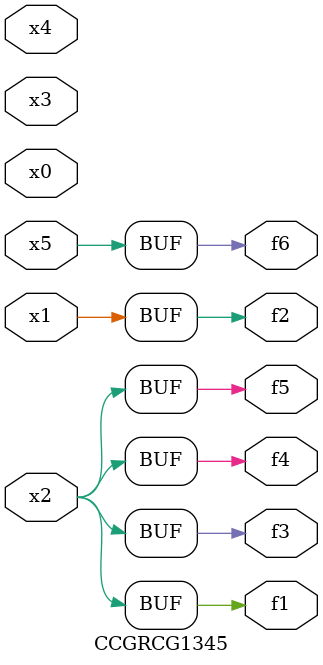
<source format=v>
module CCGRCG1345(
	input x0, x1, x2, x3, x4, x5,
	output f1, f2, f3, f4, f5, f6
);
	assign f1 = x2;
	assign f2 = x1;
	assign f3 = x2;
	assign f4 = x2;
	assign f5 = x2;
	assign f6 = x5;
endmodule

</source>
